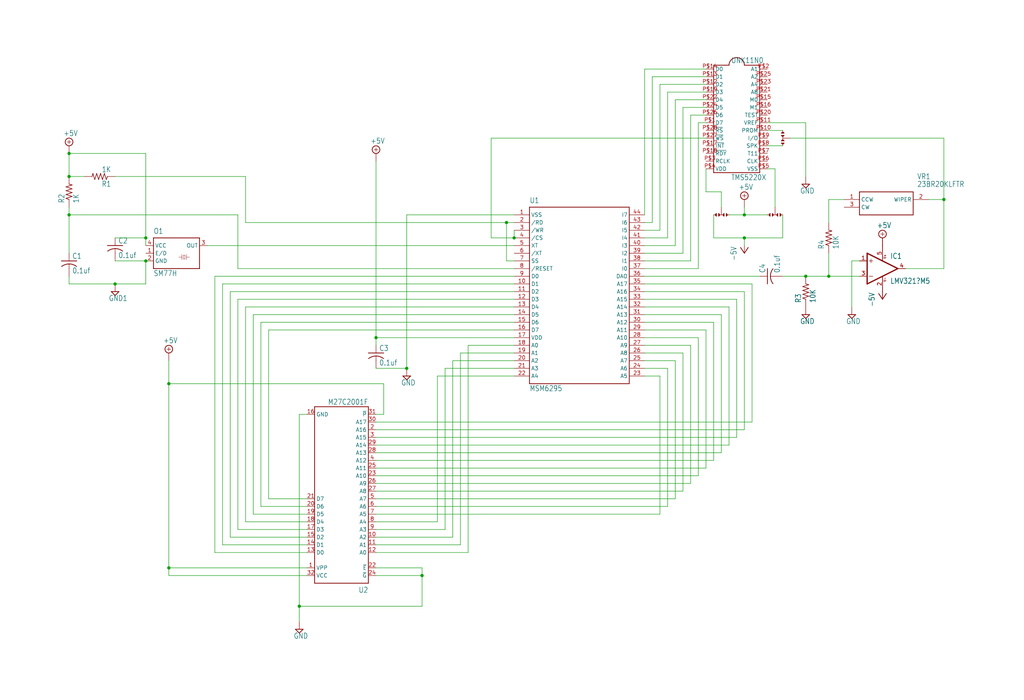
<source format=kicad_sch>
(kicad_sch (version 20211123) (generator eeschema)
  (paper "User" 338.938 231.75)
  (lib_symbols
    (symbol "Havoc6295_1_8-eagle-import:+5V" (power)
      (property "Value" "+5V" (at -1.905 3.175 0))
      (symbol "+5V_1_0"
        (polyline (pts (xy -0.635 1.27) (xy 0.635 1.27)) (stroke (width 0.1524)))
        (polyline (pts (xy 0 0.635) (xy 0 1.905)) (stroke (width 0.1524)))
        (circle (center 0 1.27) (radius 1.27) (stroke (width 0.254)))
        (pin power_in line (at 0 -2.54 90) (length 2.54) (name "+5V") (number "1"))
      )
    )
    (symbol "Havoc6295_1_8-eagle-import:-5V" (power)
      (property "Value" "-5V" (at -2.54 -2.54 90))
      (symbol "-5V_1_0"
        (polyline (pts (xy -1.27 1.905) (xy 0 0)) (stroke (width 0.254)))
        (polyline (pts (xy 0 0) (xy 1.27 1.905)) (stroke (width 0.254)))
        (pin power_in line (at 0 2.54 270) (length 2.54) (name "-5V") (number "1"))
      )
    )
    (symbol "Havoc6295_1_8-eagle-import:0R-JUMPB"
      (symbol "0R-JUMPB_1_0"
        (arc (start -0.508 -1.524) (mid 0 -2.032) (end 0.508 -1.524) (stroke (width 0.0001)) (fill (type outline)))
        (arc (start -0.508 1.016) (mid 0 0.508) (end 0.508 1.016) (stroke (width 0.0001)) (fill (type outline)))
        (polyline (pts (xy 0 -2.54) (xy 0 -1.778)) (stroke (width 0.1524)))
        (polyline (pts (xy 0 0.508) (xy 0 -0.508)) (stroke (width 0.1524)))
        (polyline (pts (xy 0 2.54) (xy 0 1.778)) (stroke (width 0.1524)))
        (arc (start 0.508 -1.016) (mid 0 -0.508) (end -0.508 -1.016) (stroke (width 0.0001)) (fill (type outline)))
        (arc (start 0.508 1.524) (mid 0 2.032) (end -0.508 1.524) (stroke (width 0.0001)) (fill (type outline)))
        (pin passive line (at 0 2.54 270) (length 0) (name "1") (number "1"))
        (pin passive line (at 2.54 0 180) (length 2.54) (name "2") (number "2"))
        (pin passive line (at 0 -2.54 90) (length 0) (name "3") (number "3"))
      )
      (symbol "0R-JUMPB_2_0"
        (polyline (pts (xy -0.762 -2.286) (xy -0.762 -2.032)) (stroke (width 0.1524)))
        (polyline (pts (xy -0.762 -1.778) (xy -0.762 -1.524)) (stroke (width 0.1524)))
        (polyline (pts (xy -0.762 -1.016) (xy -0.762 -0.762)) (stroke (width 0.1524)))
        (polyline (pts (xy -0.762 -0.508) (xy -0.762 -0.254)) (stroke (width 0.1524)))
        (polyline (pts (xy -0.508 -2.286) (xy -0.762 -2.286)) (stroke (width 0.1524)))
        (polyline (pts (xy -0.508 -0.254) (xy -0.762 -0.254)) (stroke (width 0.1524)))
        (polyline (pts (xy 0.254 -2.286) (xy -0.254 -2.286)) (stroke (width 0.1524)))
        (polyline (pts (xy 0.254 -0.254) (xy -0.254 -0.254)) (stroke (width 0.1524)))
        (polyline (pts (xy 0.762 -2.286) (xy 0.508 -2.286)) (stroke (width 0.1524)))
        (polyline (pts (xy 0.762 -2.032) (xy 0.762 -2.286)) (stroke (width 0.1524)))
        (polyline (pts (xy 0.762 -1.524) (xy 0.762 -1.778)) (stroke (width 0.1524)))
        (polyline (pts (xy 0.762 -0.762) (xy 0.762 -1.016)) (stroke (width 0.1524)))
        (polyline (pts (xy 0.762 -0.254) (xy 0.508 -0.254)) (stroke (width 0.1524)))
        (polyline (pts (xy 0.762 -0.254) (xy 0.762 -0.508)) (stroke (width 0.1524)))
        (rectangle (start 0.508 -0.508) (end -0.508 -2.032) (fill (type outline)))
      )
    )
    (symbol "Havoc6295_1_8-eagle-import:23BR20KLFTR"
      (property "Reference" "VR" (at 24.13 7.62 0))
      (property "Value" "23BR20KLFTR" (at 24.13 5.08 0))
      (symbol "23BR20KLFTR_1_0"
        (polyline (pts (xy 5.08 2.54) (xy 5.08 -5.08)) (stroke (width 0.254)))
        (polyline (pts (xy 5.08 2.54) (xy 22.86 2.54)) (stroke (width 0.254)))
        (polyline (pts (xy 22.86 -5.08) (xy 5.08 -5.08)) (stroke (width 0.254)))
        (polyline (pts (xy 22.86 -5.08) (xy 22.86 2.54)) (stroke (width 0.254)))
        (pin bidirectional line (at 0 0 0) (length 5.08) (name "CCW") (number "1"))
        (pin bidirectional line (at 27.94 0 180) (length 5.08) (name "WIPER") (number "2"))
        (pin bidirectional line (at 0 -2.54 0) (length 5.08) (name "CW") (number "3"))
      )
    )
    (symbol "Havoc6295_1_8-eagle-import:C-USC0805"
      (property "Reference" "C" (at 1.016 0.635 0))
      (property "Value" "C-USC0805" (at 1.016 -4.191 0))
      (symbol "C-USC0805_1_0"
        (arc (start 0 -1.0161) (mid -1.302 -1.2303) (end -2.4668 -1.8504) (stroke (width 0.254)))
        (polyline (pts (xy -2.54 0) (xy 2.54 0)) (stroke (width 0.254)))
        (polyline (pts (xy 0 -1.016) (xy 0 -2.54)) (stroke (width 0.1524)))
        (arc (start 2.4892 -1.8542) (mid 1.3158 -1.2195) (end 0 -1) (stroke (width 0.254)))
        (pin passive line (at 0 2.54 270) (length 2.54) (name "1") (number "1"))
        (pin passive line (at 0 -5.08 90) (length 2.54) (name "2") (number "2"))
      )
    )
    (symbol "Havoc6295_1_8-eagle-import:GND" (power)
      (property "Value" "GND" (at -1.905 -3.175 0))
      (symbol "GND_1_0"
        (polyline (pts (xy -1.27 0) (xy 1.27 0)) (stroke (width 0.254)))
        (polyline (pts (xy 0 -1.27) (xy -1.27 0)) (stroke (width 0.254)))
        (polyline (pts (xy 1.27 0) (xy 0 -1.27)) (stroke (width 0.254)))
        (pin power_in line (at 0 2.54 270) (length 2.54) (name "GND") (number "1"))
      )
    )
    (symbol "Havoc6295_1_8-eagle-import:GND1" (power)
      (property "Value" "GND1" (at -2.159 -3.175 0))
      (symbol "GND1_1_0"
        (polyline (pts (xy -1.27 0) (xy 1.27 0)) (stroke (width 0.254)))
        (polyline (pts (xy 0 -1.27) (xy -1.27 0)) (stroke (width 0.254)))
        (polyline (pts (xy 1.27 0) (xy 0 -1.27)) (stroke (width 0.254)))
        (pin power_in line (at 0 2.54 270) (length 2.54) (name "GND1") (number "1"))
      )
    )
    (symbol "Havoc6295_1_8-eagle-import:LMV321?M5"
      (property "Reference" "IC" (at 2.54 3.175 0))
      (property "Value" "LMV321?M5" (at 2.54 -5.08 0))
      (symbol "LMV321?M5_1_0"
        (polyline (pts (xy -5.08 -5.08) (xy 5.08 0)) (stroke (width 0.4064)))
        (polyline (pts (xy -5.08 5.08) (xy -5.08 -5.08)) (stroke (width 0.4064)))
        (polyline (pts (xy -4.445 -2.54) (xy -3.175 -2.54)) (stroke (width 0.1524)))
        (polyline (pts (xy -4.445 2.54) (xy -3.175 2.54)) (stroke (width 0.1524)))
        (polyline (pts (xy -3.81 3.175) (xy -3.81 1.905)) (stroke (width 0.1524)))
        (polyline (pts (xy 5.08 0) (xy -5.08 5.08)) (stroke (width 0.4064)))
        (text "V+" (at 1.27 3.175 900) (effects (font (size 0.8128 0.6908)) (justify left bottom)))
        (text "V-" (at 1.27 -4.445 900) (effects (font (size 0.8128 0.6908)) (justify left bottom)))
        (pin input line (at -7.62 2.54 0) (length 2.54) (name "+IN") (number "1"))
        (pin power_in line (at 0 -7.62 90) (length 5.08) (name "V-") (number "2"))
        (pin input line (at -7.62 -2.54 0) (length 2.54) (name "-IN") (number "3"))
        (pin output line (at 7.62 0 180) (length 2.54) (name "OUT") (number "4"))
        (pin power_in line (at 0 7.62 270) (length 5.08) (name "V+") (number "5"))
      )
    )
    (symbol "Havoc6295_1_8-eagle-import:M27C2001F"
      (property "Value" "M27C2001F" (at -7.62 -33.02 0))
      (symbol "M27C2001F_1_0"
        (polyline (pts (xy -7.62 -30.48) (xy -7.62 27.94)) (stroke (width 0.254)))
        (polyline (pts (xy -7.62 27.94) (xy 10.16 27.94)) (stroke (width 0.254)))
        (polyline (pts (xy 10.16 -30.48) (xy -7.62 -30.48)) (stroke (width 0.254)))
        (polyline (pts (xy 10.16 27.94) (xy 10.16 -30.48)) (stroke (width 0.254)))
        (pin power_in line (at 12.7 22.86 180) (length 2.54) (name "VPP") (number "1"))
        (pin input line (at -10.16 12.7 0) (length 2.54) (name "A2") (number "10"))
        (pin input line (at -10.16 15.24 0) (length 2.54) (name "A1") (number "11"))
        (pin input line (at -10.16 17.78 0) (length 2.54) (name "A0") (number "12"))
        (pin tri_state line (at 12.7 17.78 180) (length 2.54) (name "D0") (number "13"))
        (pin tri_state line (at 12.7 15.24 180) (length 2.54) (name "D1") (number "14"))
        (pin tri_state line (at 12.7 12.7 180) (length 2.54) (name "D2") (number "15"))
        (pin power_in line (at 12.7 -27.94 180) (length 2.54) (name "GND") (number "16"))
        (pin tri_state line (at 12.7 10.16 180) (length 2.54) (name "D3") (number "17"))
        (pin tri_state line (at 12.7 7.62 180) (length 2.54) (name "D4") (number "18"))
        (pin tri_state line (at 12.7 5.08 180) (length 2.54) (name "D5") (number "19"))
        (pin input line (at -10.16 -22.86 0) (length 2.54) (name "A16") (number "2"))
        (pin tri_state line (at 12.7 2.54 180) (length 2.54) (name "D6") (number "20"))
        (pin tri_state line (at 12.7 0 180) (length 2.54) (name "D7") (number "21"))
        (pin input line (at -10.16 22.86 0) (length 2.54) (name "~{E}") (number "22"))
        (pin input line (at -10.16 -7.62 0) (length 2.54) (name "A10") (number "23"))
        (pin input line (at -10.16 25.4 0) (length 2.54) (name "~{G}") (number "24"))
        (pin input line (at -10.16 -10.16 0) (length 2.54) (name "A11") (number "25"))
        (pin input line (at -10.16 -5.08 0) (length 2.54) (name "A9") (number "26"))
        (pin input line (at -10.16 -2.54 0) (length 2.54) (name "A8") (number "27"))
        (pin input line (at -10.16 -15.24 0) (length 2.54) (name "A13") (number "28"))
        (pin input line (at -10.16 -17.78 0) (length 2.54) (name "A14") (number "29"))
        (pin input line (at -10.16 -20.32 0) (length 2.54) (name "A15") (number "3"))
        (pin input line (at -10.16 -25.4 0) (length 2.54) (name "A17") (number "30"))
        (pin input line (at -10.16 -27.94 0) (length 2.54) (name "~{P}") (number "31"))
        (pin power_in line (at 12.7 25.4 180) (length 2.54) (name "VCC") (number "32"))
        (pin input line (at -10.16 -12.7 0) (length 2.54) (name "A12") (number "4"))
        (pin input line (at -10.16 0 0) (length 2.54) (name "A7") (number "5"))
        (pin input line (at -10.16 2.54 0) (length 2.54) (name "A6") (number "6"))
        (pin input line (at -10.16 5.08 0) (length 2.54) (name "A5") (number "7"))
        (pin input line (at -10.16 7.62 0) (length 2.54) (name "A4") (number "8"))
        (pin input line (at -10.16 10.16 0) (length 2.54) (name "A3") (number "9"))
      )
    )
    (symbol "Havoc6295_1_8-eagle-import:MSM6295"
      (property "Reference" "IC" (at -17.78 31.75 0))
      (property "Value" "MSM6295" (at -17.78 -30.48 0))
      (symbol "MSM6295_1_0"
        (polyline (pts (xy -17.78 -27.94) (xy 15.24 -27.94)) (stroke (width 0.254)))
        (polyline (pts (xy -17.78 30.48) (xy -17.78 -27.94)) (stroke (width 0.254)))
        (polyline (pts (xy 15.24 -27.94) (xy 15.24 30.48)) (stroke (width 0.254)))
        (polyline (pts (xy 15.24 30.48) (xy -17.78 30.48)) (stroke (width 0.254)))
        (pin power_in line (at -22.86 27.94 0) (length 5.08) (name "VSS") (number "1"))
        (pin bidirectional line (at -22.86 5.08 0) (length 5.08) (name "D1") (number "10"))
        (pin bidirectional line (at -22.86 2.54 0) (length 5.08) (name "D2") (number "11"))
        (pin bidirectional line (at -22.86 0 0) (length 5.08) (name "D3") (number "12"))
        (pin bidirectional line (at -22.86 -2.54 0) (length 5.08) (name "D4") (number "13"))
        (pin bidirectional line (at -22.86 -5.08 0) (length 5.08) (name "D5") (number "14"))
        (pin bidirectional line (at -22.86 -7.62 0) (length 5.08) (name "D6") (number "15"))
        (pin bidirectional line (at -22.86 -10.16 0) (length 5.08) (name "D7") (number "16"))
        (pin power_in line (at -22.86 -12.7 0) (length 5.08) (name "VDD") (number "17"))
        (pin bidirectional line (at -22.86 -15.24 0) (length 5.08) (name "A0") (number "18"))
        (pin bidirectional line (at -22.86 -17.78 0) (length 5.08) (name "A1") (number "19"))
        (pin input line (at -22.86 25.4 0) (length 5.08) (name "/RD") (number "2"))
        (pin bidirectional line (at -22.86 -20.32 0) (length 5.08) (name "A2") (number "20"))
        (pin bidirectional line (at -22.86 -22.86 0) (length 5.08) (name "A3") (number "21"))
        (pin bidirectional line (at -22.86 -25.4 0) (length 5.08) (name "A4") (number "22"))
        (pin bidirectional line (at 20.32 -25.4 180) (length 5.08) (name "A5") (number "23"))
        (pin bidirectional line (at 20.32 -22.86 180) (length 5.08) (name "A6") (number "24"))
        (pin bidirectional line (at 20.32 -20.32 180) (length 5.08) (name "A7") (number "25"))
        (pin bidirectional line (at 20.32 -17.78 180) (length 5.08) (name "A8") (number "26"))
        (pin bidirectional line (at 20.32 -15.24 180) (length 5.08) (name "A9") (number "27"))
        (pin bidirectional line (at 20.32 -12.7 180) (length 5.08) (name "A10") (number "28"))
        (pin bidirectional line (at 20.32 -10.16 180) (length 5.08) (name "A11") (number "29"))
        (pin input line (at -22.86 22.86 0) (length 5.08) (name "/WR") (number "3"))
        (pin bidirectional line (at 20.32 -7.62 180) (length 5.08) (name "A12") (number "30"))
        (pin bidirectional line (at 20.32 -5.08 180) (length 5.08) (name "A13") (number "31"))
        (pin bidirectional line (at 20.32 -2.54 180) (length 5.08) (name "A14") (number "32"))
        (pin bidirectional line (at 20.32 0 180) (length 5.08) (name "A15") (number "33"))
        (pin bidirectional line (at 20.32 2.54 180) (length 5.08) (name "A16") (number "34"))
        (pin bidirectional line (at 20.32 5.08 180) (length 5.08) (name "A17") (number "35"))
        (pin output line (at 20.32 7.62 180) (length 5.08) (name "DAO") (number "36"))
        (pin bidirectional line (at 20.32 10.16 180) (length 5.08) (name "I0") (number "37"))
        (pin bidirectional line (at 20.32 12.7 180) (length 5.08) (name "I1") (number "38"))
        (pin bidirectional line (at 20.32 15.24 180) (length 5.08) (name "I2") (number "39"))
        (pin input line (at -22.86 20.32 0) (length 5.08) (name "/CS") (number "4"))
        (pin bidirectional line (at 20.32 17.78 180) (length 5.08) (name "I3") (number "40"))
        (pin bidirectional line (at 20.32 20.32 180) (length 5.08) (name "I4") (number "41"))
        (pin bidirectional line (at 20.32 22.86 180) (length 5.08) (name "I5") (number "42"))
        (pin bidirectional line (at 20.32 25.4 180) (length 5.08) (name "I6") (number "43"))
        (pin bidirectional line (at 20.32 27.94 180) (length 5.08) (name "I7") (number "44"))
        (pin passive line (at -22.86 17.78 0) (length 5.08) (name "XT") (number "5"))
        (pin passive line (at -22.86 15.24 0) (length 5.08) (name "/XT") (number "6"))
        (pin input line (at -22.86 12.7 0) (length 5.08) (name "SS") (number "7"))
        (pin input line (at -22.86 10.16 0) (length 5.08) (name "/RESET") (number "8"))
        (pin bidirectional line (at -22.86 7.62 0) (length 5.08) (name "D0") (number "9"))
      )
    )
    (symbol "Havoc6295_1_8-eagle-import:R-US_R0805"
      (property "Reference" "R" (at -3.81 1.4986 0))
      (property "Value" "R-US_R0805" (at -3.81 -3.302 0))
      (symbol "R-US_R0805_1_0"
        (polyline (pts (xy -2.54 0) (xy -2.159 1.016)) (stroke (width 0.2032)))
        (polyline (pts (xy -2.159 1.016) (xy -1.524 -1.016)) (stroke (width 0.2032)))
        (polyline (pts (xy -1.524 -1.016) (xy -0.889 1.016)) (stroke (width 0.2032)))
        (polyline (pts (xy -0.889 1.016) (xy -0.254 -1.016)) (stroke (width 0.2032)))
        (polyline (pts (xy -0.254 -1.016) (xy 0.381 1.016)) (stroke (width 0.2032)))
        (polyline (pts (xy 0.381 1.016) (xy 1.016 -1.016)) (stroke (width 0.2032)))
        (polyline (pts (xy 1.016 -1.016) (xy 1.651 1.016)) (stroke (width 0.2032)))
        (polyline (pts (xy 1.651 1.016) (xy 2.286 -1.016)) (stroke (width 0.2032)))
        (polyline (pts (xy 2.286 -1.016) (xy 2.54 0)) (stroke (width 0.2032)))
        (pin passive line (at -5.08 0 0) (length 2.54) (name "1") (number "1"))
        (pin passive line (at 5.08 0 180) (length 2.54) (name "2") (number "2"))
      )
    )
    (symbol "Havoc6295_1_8-eagle-import:SM77H"
      (property "Reference" "QG" (at -7.62 6.35 0))
      (property "Value" "SM77H" (at -7.62 -7.62 0))
      (symbol "SM77H_1_0"
        (polyline (pts (xy -7.62 -5.08) (xy 7.62 -5.08)) (stroke (width 0.254)))
        (polyline (pts (xy -7.62 5.08) (xy -7.62 -5.08)) (stroke (width 0.254)))
        (polyline (pts (xy 0.762 -1.27) (xy 1.778 -1.27)) (stroke (width 0.1016)))
        (polyline (pts (xy 1.778 -1.27) (xy 1.778 -2.159)) (stroke (width 0.1016)))
        (polyline (pts (xy 1.778 -1.27) (xy 1.778 -0.381)) (stroke (width 0.1016)))
        (polyline (pts (xy 2.286 -1.905) (xy 2.286 -0.635)) (stroke (width 0.1016)))
        (polyline (pts (xy 2.286 -0.635) (xy 2.794 -0.635)) (stroke (width 0.1016)))
        (polyline (pts (xy 2.794 -1.905) (xy 2.286 -1.905)) (stroke (width 0.1016)))
        (polyline (pts (xy 2.794 -0.635) (xy 2.794 -1.905)) (stroke (width 0.1016)))
        (polyline (pts (xy 3.302 -1.27) (xy 3.302 -2.159)) (stroke (width 0.1016)))
        (polyline (pts (xy 3.302 -1.27) (xy 3.302 -0.381)) (stroke (width 0.1016)))
        (polyline (pts (xy 4.318 -1.27) (xy 3.302 -1.27)) (stroke (width 0.1016)))
        (polyline (pts (xy 7.62 -5.08) (xy 7.62 5.08)) (stroke (width 0.254)))
        (polyline (pts (xy 7.62 5.08) (xy -7.62 5.08)) (stroke (width 0.254)))
        (pin input line (at -10.16 0 0) (length 2.54) (name "E/D") (number "1"))
        (pin power_in line (at -10.16 -2.54 0) (length 2.54) (name "GND") (number "2"))
        (pin output line (at 10.16 2.54 180) (length 2.54) (name "OUT") (number "3"))
        (pin power_in line (at -10.16 2.54 0) (length 2.54) (name "VCC") (number "4"))
      )
    )
    (symbol "Havoc6295_1_8-eagle-import:TMS5220X"
      (property "Value" "TMS5220X" (at -4.445 -21.59 0))
      (symbol "TMS5220X_1_0"
        (polyline (pts (xy -10.16 -19.05) (xy 5.08 -19.05)) (stroke (width 0.254)))
        (polyline (pts (xy -10.16 16.51) (xy -10.16 -19.05)) (stroke (width 0.254)))
        (polyline (pts (xy -10.16 16.51) (xy -5.08 16.51)) (stroke (width 0.254)))
        (polyline (pts (xy 5.08 -19.05) (xy 5.08 16.51)) (stroke (width 0.254)))
        (polyline (pts (xy 5.08 16.51) (xy 0 16.51)) (stroke (width 0.254)))
        (arc (start 0 16.51) (mid -2.54 19.05) (end -5.08 16.51) (stroke (width 0.254)))
        (pin bidirectional line (at -12.7 -2.54 0) (length 2.54) (name "D7") (number "P$1"))
        (pin output line (at 7.62 -5.08 180) (length 2.54) (name "PROM") (number "P$10"))
        (pin power_in line (at 7.62 -2.54 180) (length 2.54) (name "VREF") (number "P$11"))
        (pin bidirectional line (at -12.7 10.16 0) (length 2.54) (name "D2") (number "P$12"))
        (pin bidirectional line (at -12.7 12.7 0) (length 2.54) (name "D1") (number "P$13"))
        (pin bidirectional line (at -12.7 15.24 0) (length 2.54) (name "D0") (number "P$14"))
        (pin output line (at 7.62 5.08 180) (length 2.54) (name "M0") (number "P$15"))
        (pin output line (at 7.62 2.54 180) (length 2.54) (name "M1") (number "P$16"))
        (pin input line (at -12.7 -10.16 0) (length 2.54) (name "~{INT}") (number "P$17"))
        (pin output line (at -12.7 -12.7 0) (length 2.54) (name "~{RDY}") (number "P$18"))
        (pin bidirectional line (at -12.7 7.62 0) (length 2.54) (name "D3") (number "P$19"))
        (pin passive line (at 7.62 15.24 180) (length 2.54) (name "A1") (number "P$2"))
        (pin input line (at 7.62 0 180) (length 2.54) (name "TEST") (number "P$20"))
        (pin bidirectional line (at 7.62 7.62 180) (length 2.54) (name "A8") (number "P$21"))
        (pin bidirectional line (at -12.7 5.08 0) (length 2.54) (name "D4") (number "P$22"))
        (pin passive line (at 7.62 10.16 180) (length 2.54) (name "A4") (number "P$23"))
        (pin bidirectional line (at -12.7 2.54 0) (length 2.54) (name "D5") (number "P$24"))
        (pin passive line (at 7.62 12.7 180) (length 2.54) (name "A2") (number "P$25"))
        (pin bidirectional line (at -12.7 0 0) (length 2.54) (name "D6") (number "P$26"))
        (pin input line (at -12.7 -7.62 0) (length 2.54) (name "~{WS}") (number "P$27"))
        (pin input line (at -12.7 -5.08 0) (length 2.54) (name "~{RS}") (number "P$28"))
        (pin output line (at -12.7 -15.24 0) (length 2.54) (name "RCLK") (number "P$3"))
        (pin power_in line (at -12.7 -17.78 0) (length 2.54) (name "VDD") (number "P$4"))
        (pin power_in line (at 7.62 -17.78 180) (length 2.54) (name "VSS") (number "P$5"))
        (pin input line (at 7.62 -15.24 180) (length 2.54) (name "CLK") (number "P$6"))
        (pin output line (at 7.62 -12.7 180) (length 2.54) (name "T11") (number "P$7"))
        (pin output line (at 7.62 -10.16 180) (length 2.54) (name "SPK") (number "P$8"))
        (pin output line (at 7.62 -7.62 180) (length 2.54) (name "I/O") (number "P$9"))
      )
    )
  )
  (junction (at 55.88 187.96))
  (junction (at 55.88 127))
  (junction (at 246.38 71.12))
  (junction (at 312.42 66.04))
  (junction (at 139.7 190.5))
  (junction (at 266.7 91.44))
  (junction (at 22.86 58.42))
  (junction (at 48.26 78.74))
  (junction (at 124.46 111.76))
  (junction (at 48.26 86.36))
  (junction (at 99.06 200.66))
  (junction (at 22.86 50.8))
  (junction (at 134.62 121.92))
  (junction (at 22.86 71.12))
  (junction (at 274.32 91.44))
  (junction (at 246.38 78.74))
  (junction (at 167.64 73.66))
  (junction (at 170.18 78.74))
  (junction (at 38.1 93.98))
  (wire (pts (xy 213.36 116.84) (xy 226.06 116.84)))
  (wire (pts (xy 83.82 170.18) (xy 101.6 170.18)))
  (wire (pts (xy 48.26 86.36) (xy 48.26 93.98)))
  (wire (pts (xy 238.76 63.5) (xy 238.76 68.58)))
  (wire (pts (xy 134.62 71.12) (xy 134.62 121.92)))
  (wire (pts (xy 213.36 73.66) (xy 215.9 73.66)))
  (wire (pts (xy 259.08 78.74) (xy 246.38 78.74)))
  (wire (pts (xy 274.32 91.44) (xy 284.48 91.44)))
  (wire (pts (xy 228.6 38.1) (xy 233.68 38.1)))
  (wire (pts (xy 78.74 88.9) (xy 78.74 71.12)))
  (wire (pts (xy 78.74 71.12) (xy 22.86 71.12)))
  (wire (pts (xy 124.46 190.5) (xy 139.7 190.5)))
  (wire (pts (xy 124.46 137.16) (xy 127 137.16)))
  (wire (pts (xy 238.76 149.86) (xy 124.46 149.86)))
  (wire (pts (xy 213.36 76.2) (xy 218.44 76.2)))
  (wire (pts (xy 22.86 91.44) (xy 22.86 93.98)))
  (wire (pts (xy 236.22 78.74) (xy 246.38 78.74)))
  (wire (pts (xy 220.98 30.48) (xy 233.68 30.48)))
  (wire (pts (xy 213.36 106.68) (xy 236.22 106.68)))
  (wire (pts (xy 22.86 50.8) (xy 22.86 58.42)))
  (wire (pts (xy 213.36 71.12) (xy 213.36 22.86)))
  (wire (pts (xy 226.06 116.84) (xy 226.06 162.56)))
  (wire (pts (xy 220.98 78.74) (xy 220.98 30.48)))
  (wire (pts (xy 281.94 101.6) (xy 281.94 86.36)))
  (wire (pts (xy 312.42 66.04) (xy 312.42 45.72)))
  (wire (pts (xy 170.18 106.68) (xy 86.36 106.68)))
  (wire (pts (xy 81.28 172.72) (xy 101.6 172.72)))
  (wire (pts (xy 236.22 71.12) (xy 236.22 78.74)))
  (wire (pts (xy 233.68 63.5) (xy 238.76 63.5)))
  (wire (pts (xy 154.94 182.88) (xy 124.46 182.88)))
  (wire (pts (xy 170.18 119.38) (xy 149.86 119.38)))
  (wire (pts (xy 312.42 88.9) (xy 312.42 66.04)))
  (wire (pts (xy 22.86 83.82) (xy 22.86 71.12)))
  (wire (pts (xy 99.06 137.16) (xy 99.06 200.66)))
  (wire (pts (xy 22.86 71.12) (xy 22.86 68.58)))
  (wire (pts (xy 68.58 81.28) (xy 170.18 81.28)))
  (wire (pts (xy 170.18 104.14) (xy 83.82 104.14)))
  (wire (pts (xy 231.14 157.48) (xy 124.46 157.48)))
  (wire (pts (xy 78.74 99.06) (xy 78.74 175.26)))
  (wire (pts (xy 215.9 73.66) (xy 215.9 25.4)))
  (wire (pts (xy 223.52 33.02) (xy 233.68 33.02)))
  (wire (pts (xy 213.36 86.36) (xy 228.6 86.36)))
  (wire (pts (xy 55.88 127) (xy 55.88 119.38)))
  (wire (pts (xy 38.1 86.36) (xy 48.26 86.36)))
  (wire (pts (xy 170.18 116.84) (xy 152.4 116.84)))
  (wire (pts (xy 170.18 78.74) (xy 170.18 76.2)))
  (wire (pts (xy 167.64 73.66) (xy 167.64 86.36)))
  (wire (pts (xy 213.36 101.6) (xy 241.3 101.6)))
  (wire (pts (xy 101.6 187.96) (xy 55.88 187.96)))
  (wire (pts (xy 259.08 48.26) (xy 254 48.26)))
  (wire (pts (xy 248.92 93.98) (xy 248.92 139.7)))
  (wire (pts (xy 101.6 190.5) (xy 55.88 190.5)))
  (wire (pts (xy 27.94 58.42) (xy 22.86 58.42)))
  (wire (pts (xy 213.36 114.3) (xy 228.6 114.3)))
  (wire (pts (xy 144.78 172.72) (xy 124.46 172.72)))
  (wire (pts (xy 254 40.64) (xy 266.7 40.64)))
  (wire (pts (xy 147.32 175.26) (xy 124.46 175.26)))
  (wire (pts (xy 22.86 93.98) (xy 38.1 93.98)))
  (wire (pts (xy 48.26 78.74) (xy 48.26 50.8)))
  (wire (pts (xy 213.36 22.86) (xy 233.68 22.86)))
  (wire (pts (xy 81.28 101.6) (xy 81.28 172.72)))
  (wire (pts (xy 48.26 50.8) (xy 22.86 50.8)))
  (wire (pts (xy 170.18 111.76) (xy 124.46 111.76)))
  (wire (pts (xy 246.38 71.12) (xy 241.3 71.12)))
  (wire (pts (xy 259.08 71.12) (xy 259.08 78.74)))
  (wire (pts (xy 99.06 205.74) (xy 99.06 200.66)))
  (wire (pts (xy 71.12 91.44) (xy 71.12 182.88)))
  (wire (pts (xy 213.36 124.46) (xy 218.44 124.46)))
  (wire (pts (xy 144.78 124.46) (xy 144.78 172.72)))
  (wire (pts (xy 170.18 114.3) (xy 154.94 114.3)))
  (wire (pts (xy 76.2 96.52) (xy 76.2 177.8)))
  (wire (pts (xy 38.1 58.42) (xy 81.28 58.42)))
  (wire (pts (xy 213.36 104.14) (xy 238.76 104.14)))
  (wire (pts (xy 213.36 83.82) (xy 226.06 83.82)))
  (wire (pts (xy 228.6 86.36) (xy 228.6 38.1)))
  (wire (pts (xy 241.3 147.32) (xy 124.46 147.32)))
  (wire (pts (xy 170.18 78.74) (xy 162.56 78.74)))
  (wire (pts (xy 55.88 187.96) (xy 55.88 127)))
  (wire (pts (xy 223.52 119.38) (xy 223.52 165.1)))
  (wire (pts (xy 254 55.88) (xy 256.54 55.88)))
  (wire (pts (xy 233.68 154.94) (xy 124.46 154.94)))
  (wire (pts (xy 127 137.16) (xy 127 127)))
  (wire (pts (xy 299.72 88.9) (xy 312.42 88.9)))
  (wire (pts (xy 248.92 93.98) (xy 213.36 93.98)))
  (wire (pts (xy 81.28 73.66) (xy 167.64 73.66)))
  (wire (pts (xy 167.64 73.66) (xy 170.18 73.66)))
  (wire (pts (xy 248.92 139.7) (xy 124.46 139.7)))
  (wire (pts (xy 88.9 165.1) (xy 101.6 165.1)))
  (wire (pts (xy 170.18 88.9) (xy 78.74 88.9)))
  (wire (pts (xy 81.28 58.42) (xy 81.28 73.66)))
  (wire (pts (xy 266.7 91.44) (xy 274.32 91.44)))
  (wire (pts (xy 231.14 40.64) (xy 233.68 40.64)))
  (wire (pts (xy 256.54 55.88) (xy 256.54 68.58)))
  (wire (pts (xy 213.36 81.28) (xy 223.52 81.28)))
  (wire (pts (xy 152.4 180.34) (xy 124.46 180.34)))
  (wire (pts (xy 231.14 88.9) (xy 231.14 40.64)))
  (wire (pts (xy 149.86 177.8) (xy 124.46 177.8)))
  (wire (pts (xy 213.36 99.06) (xy 243.84 99.06)))
  (wire (pts (xy 213.36 119.38) (xy 223.52 119.38)))
  (wire (pts (xy 266.7 40.64) (xy 266.7 58.42)))
  (wire (pts (xy 86.36 106.68) (xy 86.36 167.64)))
  (wire (pts (xy 149.86 119.38) (xy 149.86 177.8)))
  (wire (pts (xy 259.08 91.44) (xy 266.7 91.44)))
  (wire (pts (xy 215.9 25.4) (xy 233.68 25.4)))
  (wire (pts (xy 281.94 86.36) (xy 284.48 86.36)))
  (wire (pts (xy 48.26 78.74) (xy 38.1 78.74)))
  (wire (pts (xy 312.42 45.72) (xy 261.62 45.72)))
  (wire (pts (xy 226.06 83.82) (xy 226.06 35.56)))
  (wire (pts (xy 226.06 35.56) (xy 233.68 35.56)))
  (wire (pts (xy 238.76 104.14) (xy 238.76 149.86)))
  (wire (pts (xy 86.36 167.64) (xy 101.6 167.64)))
  (wire (pts (xy 55.88 190.5) (xy 55.88 187.96)))
  (wire (pts (xy 233.68 109.22) (xy 233.68 154.94)))
  (wire (pts (xy 101.6 137.16) (xy 99.06 137.16)))
  (wire (pts (xy 170.18 101.6) (xy 81.28 101.6)))
  (wire (pts (xy 213.36 88.9) (xy 231.14 88.9)))
  (wire (pts (xy 218.44 170.18) (xy 124.46 170.18)))
  (wire (pts (xy 48.26 93.98) (xy 38.1 93.98)))
  (wire (pts (xy 170.18 71.12) (xy 134.62 71.12)))
  (wire (pts (xy 246.38 142.24) (xy 124.46 142.24)))
  (wire (pts (xy 241.3 101.6) (xy 241.3 147.32)))
  (wire (pts (xy 170.18 109.22) (xy 88.9 109.22)))
  (wire (pts (xy 73.66 180.34) (xy 101.6 180.34)))
  (wire (pts (xy 213.36 78.74) (xy 220.98 78.74)))
  (wire (pts (xy 220.98 121.92) (xy 220.98 167.64)))
  (wire (pts (xy 167.64 86.36) (xy 170.18 86.36)))
  (wire (pts (xy 246.38 71.12) (xy 254 71.12)))
  (wire (pts (xy 154.94 114.3) (xy 154.94 182.88)))
  (wire (pts (xy 213.36 91.44) (xy 251.46 91.44)))
  (wire (pts (xy 274.32 66.04) (xy 274.32 73.66)))
  (wire (pts (xy 139.7 187.96) (xy 124.46 187.96)))
  (wire (pts (xy 99.06 200.66) (xy 139.7 200.66)))
  (wire (pts (xy 127 127) (xy 55.88 127)))
  (wire (pts (xy 228.6 114.3) (xy 228.6 160.02)))
  (wire (pts (xy 243.84 99.06) (xy 243.84 144.78)))
  (wire (pts (xy 139.7 200.66) (xy 139.7 190.5)))
  (wire (pts (xy 213.36 121.92) (xy 220.98 121.92)))
  (wire (pts (xy 147.32 121.92) (xy 147.32 175.26)))
  (wire (pts (xy 170.18 93.98) (xy 73.66 93.98)))
  (wire (pts (xy 170.18 91.44) (xy 71.12 91.44)))
  (wire (pts (xy 220.98 167.64) (xy 124.46 167.64)))
  (wire (pts (xy 213.36 96.52) (xy 246.38 96.52)))
  (wire (pts (xy 124.46 53.34) (xy 124.46 111.76)))
  (wire (pts (xy 73.66 93.98) (xy 73.66 180.34)))
  (wire (pts (xy 228.6 160.02) (xy 124.46 160.02)))
  (wire (pts (xy 213.36 109.22) (xy 233.68 109.22)))
  (wire (pts (xy 88.9 109.22) (xy 88.9 165.1)))
  (wire (pts (xy 83.82 104.14) (xy 83.82 170.18)))
  (wire (pts (xy 71.12 182.88) (xy 101.6 182.88)))
  (wire (pts (xy 312.42 66.04) (xy 307.34 66.04)))
  (wire (pts (xy 274.32 83.82) (xy 274.32 91.44)))
  (wire (pts (xy 243.84 144.78) (xy 124.46 144.78)))
  (wire (pts (xy 246.38 68.58) (xy 246.38 71.12)))
  (wire (pts (xy 223.52 165.1) (xy 124.46 165.1)))
  (wire (pts (xy 246.38 78.74) (xy 246.38 81.28)))
  (wire (pts (xy 152.4 116.84) (xy 152.4 180.34)))
  (wire (pts (xy 170.18 99.06) (xy 78.74 99.06)))
  (wire (pts (xy 48.26 81.28) (xy 48.26 78.74)))
  (wire (pts (xy 162.56 45.72) (xy 233.68 45.72)))
  (wire (pts (xy 236.22 152.4) (xy 124.46 152.4)))
  (wire (pts (xy 170.18 121.92) (xy 147.32 121.92)))
  (wire (pts (xy 124.46 111.76) (xy 124.46 114.3)))
  (wire (pts (xy 78.74 175.26) (xy 101.6 175.26)))
  (wire (pts (xy 233.68 55.88) (xy 233.68 63.5)))
  (wire (pts (xy 218.44 27.94) (xy 233.68 27.94)))
  (wire (pts (xy 218.44 124.46) (xy 218.44 170.18)))
  (wire (pts (xy 76.2 177.8) (xy 101.6 177.8)))
  (wire (pts (xy 259.08 43.18) (xy 254 43.18)))
  (wire (pts (xy 231.14 111.76) (xy 231.14 157.48)))
  (wire (pts (xy 218.44 76.2) (xy 218.44 27.94)))
  (wire (pts (xy 223.52 81.28) (xy 223.52 33.02)))
  (wire (pts (xy 226.06 162.56) (xy 124.46 162.56)))
  (wire (pts (xy 162.56 78.74) (xy 162.56 45.72)))
  (wire (pts (xy 170.18 96.52) (xy 76.2 96.52)))
  (wire (pts (xy 236.22 106.68) (xy 236.22 152.4)))
  (wire (pts (xy 279.4 66.04) (xy 274.32 66.04)))
  (wire (pts (xy 134.62 121.92) (xy 124.46 121.92)))
  (wire (pts (xy 170.18 124.46) (xy 144.78 124.46)))
  (wire (pts (xy 246.38 96.52) (xy 246.38 142.24)))
  (wire (pts (xy 139.7 190.5) (xy 139.7 187.96)))
  (wire (pts (xy 213.36 111.76) (xy 231.14 111.76)))
  (symbol (lib_id "Havoc6295_1_8-eagle-import:+5V") (at 55.88 116.84 0) (unit 1)
    (property "Reference" "#SUPPLY6" (effects hide))
    (property "Value" "+5V" (at 53.975 113.665 0) (effects (font (size 1.778 1.5113)) (justify left bottom)))
    (property "Footprint" "Havoc6295_1_8:" (effects hide))
  )
  (symbol (lib_id "Havoc6295_1_8-eagle-import:C-USC0805") (at 22.86 86.36 0) (unit 1)
    (property "Reference" "C1" (at 23.876 85.725 0) (effects (font (size 1.778 1.5113)) (justify left bottom)))
    (property "Value" "0.1uf" (at 23.876 90.551 0) (effects (font (size 1.778 1.5113)) (justify left bottom)))
    (property "Footprint" "Havoc6295_1_8:C0805" (effects hide))
  )
  (symbol (lib_id "Havoc6295_1_8-eagle-import:LMV321?M5") (at 292.1 88.9 0) (unit 1)
    (property "Reference" "IC1" (at 294.64 85.725 0) (effects (font (size 1.778 1.5113)) (justify left bottom)))
    (property "Value" "LMV321?M5" (at 294.64 93.98 0) (effects (font (size 1.778 1.5113)) (justify left bottom)))
    (property "Footprint" "Havoc6295_1_8:SOT23-5" (effects hide))
  )
  (symbol (lib_id "Havoc6295_1_8-eagle-import:M27C2001F") (at 114.3 165.1 180) (unit 1)
    (property "Reference" "U2" (at 121.92 194.31 0) (effects (font (size 1.778 1.5113)) (justify left bottom)))
    (property "Value" "M27C2001F" (at 121.92 132.08 0) (effects (font (size 1.778 1.5113)) (justify left bottom)))
    (property "Footprint" "Havoc6295_1_8:FDIP32" (effects hide))
  )
  (symbol (lib_id "Havoc6295_1_8-eagle-import:23BR20KLFTR") (at 279.4 66.04 0) (unit 1)
    (property "Reference" "VR1" (at 303.53 58.42 0) (effects (font (size 1.778 1.5113)) (justify left)))
    (property "Value" "23BR20KLFTR" (at 303.53 60.96 0) (effects (font (size 1.778 1.5113)) (justify left)))
    (property "Footprint" "Havoc6295_1_8:23BR20KLFTR" (effects hide))
  )
  (symbol (lib_id "Havoc6295_1_8-eagle-import:R-US_R0805") (at 22.86 63.5 90) (unit 1)
    (property "Reference" "R2" (at 21.3614 67.31 0) (effects (font (size 1.778 1.5113)) (justify left bottom)))
    (property "Value" "1K" (at 26.162 67.31 0) (effects (font (size 1.778 1.5113)) (justify left bottom)))
    (property "Footprint" "Havoc6295_1_8:R0805" (effects hide))
  )
  (symbol (lib_id "Havoc6295_1_8-eagle-import:TMS5220X") (at 246.38 38.1 0) (unit 1)
    (property "Reference" "UNK11N0" (at 241.935 20.955 0) (effects (font (size 1.778 1.5113)) (justify left bottom)))
    (property "Value" "TMS5220X" (at 241.935 59.69 0) (effects (font (size 1.778 1.5113)) (justify left bottom)))
    (property "Footprint" "Havoc6295_1_8:DIL28-SMT" (effects hide))
  )
  (symbol (lib_id "Havoc6295_1_8-eagle-import:GND") (at 281.94 104.14 0) (unit 1)
    (property "Reference" "#SUPPLY10" (effects hide))
    (property "Value" "GND" (at 280.035 107.315 0) (effects (font (size 1.778 1.5113)) (justify left bottom)))
    (property "Footprint" "Havoc6295_1_8:" (effects hide))
  )
  (symbol (lib_id "Havoc6295_1_8-eagle-import:0R-JUMPB") (at 259.08 45.72 0) (unit 1)
    (property "Reference" "JMP1" (effects hide))
    (property "Value" "0R-JUMPB" (effects hide))
    (property "Footprint" "Havoc6295_1_8:B0R-JMP" (effects hide))
  )
  (symbol (lib_id "Havoc6295_1_8-eagle-import:GND") (at 266.7 60.96 0) (unit 1)
    (property "Reference" "#SUPPLY4" (effects hide))
    (property "Value" "GND" (at 264.795 64.135 0) (effects (font (size 1.778 1.5113)) (justify left bottom)))
    (property "Footprint" "Havoc6295_1_8:" (effects hide))
  )
  (symbol (lib_id "Havoc6295_1_8-eagle-import:+5V") (at 124.46 50.8 0) (unit 1)
    (property "Reference" "#SUPPLY1" (effects hide))
    (property "Value" "+5V" (at 122.555 47.625 0) (effects (font (size 1.778 1.5113)) (justify left bottom)))
    (property "Footprint" "Havoc6295_1_8:" (effects hide))
  )
  (symbol (lib_id "Havoc6295_1_8-eagle-import:R-US_R0805") (at 274.32 78.74 90) (unit 1)
    (property "Reference" "R4" (at 272.8214 82.55 0) (effects (font (size 1.778 1.5113)) (justify left bottom)))
    (property "Value" "10K" (at 277.622 82.55 0) (effects (font (size 1.778 1.5113)) (justify left bottom)))
    (property "Footprint" "Havoc6295_1_8:R0805" (effects hide))
  )
  (symbol (lib_id "Havoc6295_1_8-eagle-import:C-USC0805") (at 124.46 116.84 0) (unit 1)
    (property "Reference" "C3" (at 125.476 116.205 0) (effects (font (size 1.778 1.5113)) (justify left bottom)))
    (property "Value" "0.1uf" (at 125.476 121.031 0) (effects (font (size 1.778 1.5113)) (justify left bottom)))
    (property "Footprint" "Havoc6295_1_8:C0805" (effects hide))
  )
  (symbol (lib_id "Havoc6295_1_8-eagle-import:GND") (at 266.7 104.14 0) (unit 1)
    (property "Reference" "#SUPPLY8" (effects hide))
    (property "Value" "GND" (at 264.795 107.315 0) (effects (font (size 1.778 1.5113)) (justify left bottom)))
    (property "Footprint" "Havoc6295_1_8:" (effects hide))
  )
  (symbol (lib_id "Havoc6295_1_8-eagle-import:GND") (at 134.62 124.46 0) (unit 1)
    (property "Reference" "#SUPPLY7" (effects hide))
    (property "Value" "GND" (at 132.715 127.635 0) (effects (font (size 1.778 1.5113)) (justify left bottom)))
    (property "Footprint" "Havoc6295_1_8:" (effects hide))
  )
  (symbol (lib_id "Havoc6295_1_8-eagle-import:-5V") (at 292.1 99.06 0) (unit 1)
    (property "Reference" "#P-2" (effects hide))
    (property "Value" "-5V" (at 289.56 101.6 90) (effects (font (size 1.778 1.5113)) (justify left bottom)))
    (property "Footprint" "Havoc6295_1_8:" (effects hide))
  )
  (symbol (lib_id "Havoc6295_1_8-eagle-import:+5V") (at 292.1 78.74 0) (unit 1)
    (property "Reference" "#SUPPLY9" (effects hide))
    (property "Value" "+5V" (at 290.195 75.565 0) (effects (font (size 1.778 1.5113)) (justify left bottom)))
    (property "Footprint" "Havoc6295_1_8:" (effects hide))
  )
  (symbol (lib_id "Havoc6295_1_8-eagle-import:R-US_R0805") (at 266.7 96.52 90) (unit 1)
    (property "Reference" "R3" (at 265.2014 100.33 0) (effects (font (size 1.778 1.5113)) (justify left bottom)))
    (property "Value" "10K" (at 270.002 100.33 0) (effects (font (size 1.778 1.5113)) (justify left bottom)))
    (property "Footprint" "Havoc6295_1_8:R0805" (effects hide))
  )
  (symbol (lib_id "Havoc6295_1_8-eagle-import:MSM6295") (at 193.04 99.06 0) (unit 1)
    (property "Reference" "U1" (at 175.26 67.31 0) (effects (font (size 1.778 1.5113)) (justify left bottom)))
    (property "Value" "MSM6295" (at 175.26 129.54 0) (effects (font (size 1.778 1.5113)) (justify left bottom)))
    (property "Footprint" "Havoc6295_1_8:PQFP44" (effects hide))
  )
  (symbol (lib_id "Havoc6295_1_8-eagle-import:C-USC0805") (at 38.1 81.28 0) (unit 1)
    (property "Reference" "C2" (at 39.116 80.645 0) (effects (font (size 1.778 1.5113)) (justify left bottom)))
    (property "Value" "0.1uf" (at 39.116 85.471 0) (effects (font (size 1.778 1.5113)) (justify left bottom)))
    (property "Footprint" "Havoc6295_1_8:C0805" (effects hide))
  )
  (symbol (lib_id "Havoc6295_1_8-eagle-import:R-US_R0805") (at 33.02 58.42 180) (unit 1)
    (property "Reference" "R1" (at 36.83 59.9186 0) (effects (font (size 1.778 1.5113)) (justify left bottom)))
    (property "Value" "1K" (at 36.83 55.118 0) (effects (font (size 1.778 1.5113)) (justify left bottom)))
    (property "Footprint" "Havoc6295_1_8:R0805" (effects hide))
  )
  (symbol (lib_id "Havoc6295_1_8-eagle-import:+5V") (at 22.86 48.26 0) (unit 1)
    (property "Reference" "#SUPPLY3" (effects hide))
    (property "Value" "+5V" (at 20.955 45.085 0) (effects (font (size 1.778 1.5113)) (justify left bottom)))
    (property "Footprint" "Havoc6295_1_8:" (effects hide))
  )
  (symbol (lib_id "Havoc6295_1_8-eagle-import:GND1") (at 38.1 96.52 0) (unit 1)
    (property "Reference" "#SUPPLY2" (effects hide))
    (property "Value" "GND1" (at 35.941 99.695 0) (effects (font (size 1.778 1.5113)) (justify left bottom)))
    (property "Footprint" "Havoc6295_1_8:" (effects hide))
  )
  (symbol (lib_id "Havoc6295_1_8-eagle-import:C-USC0805") (at 254 91.44 90) (unit 1)
    (property "Reference" "C4" (at 253.365 90.424 0) (effects (font (size 1.778 1.5113)) (justify left bottom)))
    (property "Value" "0.1uf" (at 258.191 90.424 0) (effects (font (size 1.778 1.5113)) (justify left bottom)))
    (property "Footprint" "Havoc6295_1_8:C0805" (effects hide))
  )
  (symbol (lib_id "Havoc6295_1_8-eagle-import:+5V") (at 246.38 66.04 0) (unit 1)
    (property "Reference" "#SUPPLY11" (effects hide))
    (property "Value" "+5V" (at 244.475 62.865 0) (effects (font (size 1.778 1.5113)) (justify left bottom)))
    (property "Footprint" "Havoc6295_1_8:" (effects hide))
  )
  (symbol (lib_id "Havoc6295_1_8-eagle-import:-5V") (at 246.38 83.82 0) (unit 1)
    (property "Reference" "#P-1" (effects hide))
    (property "Value" "-5V" (at 243.84 86.36 90) (effects (font (size 1.778 1.5113)) (justify left bottom)))
    (property "Footprint" "Havoc6295_1_8:" (effects hide))
  )
  (symbol (lib_id "Havoc6295_1_8-eagle-import:GND") (at 99.06 208.28 0) (unit 1)
    (property "Reference" "#SUPPLY5" (effects hide))
    (property "Value" "GND" (at 97.155 211.455 0) (effects (font (size 1.778 1.5113)) (justify left bottom)))
    (property "Footprint" "Havoc6295_1_8:" (effects hide))
  )
  (symbol (lib_id "Havoc6295_1_8-eagle-import:0R-JUMPB") (at 256.54 71.12 90) (unit 1)
    (property "Reference" "JMP3" (effects hide))
    (property "Value" "0R-JUMPB" (effects hide))
    (property "Footprint" "Havoc6295_1_8:B0R-JMP" (effects hide))
  )
  (symbol (lib_id "Havoc6295_1_8-eagle-import:SM77H") (at 58.42 83.82 0) (unit 1)
    (property "Reference" "O1" (at 50.8 77.47 0) (effects (font (size 1.778 1.5113)) (justify left bottom)))
    (property "Value" "SM77H" (at 50.8 91.44 0) (effects (font (size 1.778 1.5113)) (justify left bottom)))
    (property "Footprint" "Havoc6295_1_8:SM77H" (effects hide))
  )
  (symbol (lib_id "Havoc6295_1_8-eagle-import:0R-JUMPB") (at 238.76 71.12 90) (unit 1)
    (property "Reference" "JMP2" (effects hide))
    (property "Value" "0R-JUMPB" (effects hide))
    (property "Footprint" "Havoc6295_1_8:B0R-JMP" (effects hide))
  )
)
</source>
